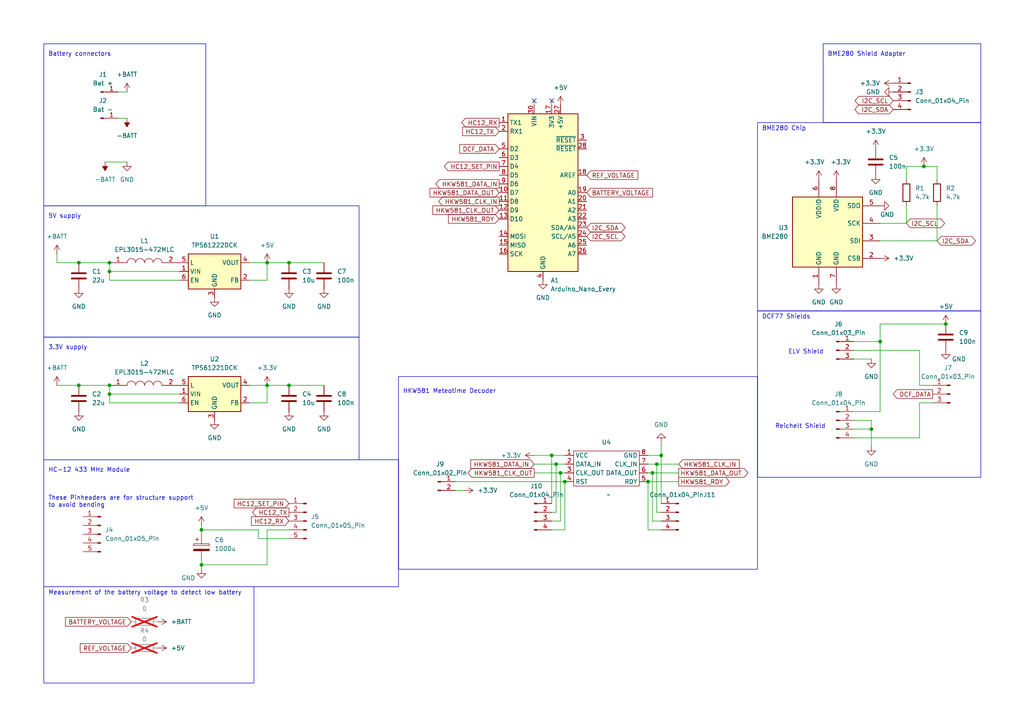
<source format=kicad_sch>
(kicad_sch (version 20230121) (generator eeschema)
  (paper "A4")
  (title_block (title "External Sensor using an Arduino Nano") (company "HAW Hamburg") (comment 1 "Fabian Schmalenbach"))
  (lib_symbols
    (symbol "Connector:Conn_01x01_Pin" (pin_names (offset 1.016) hide)
      (property "Reference" "J" (at 0 2.54 0))
      (property "Value" "Conn_01x01_Pin" (at 0 -2.54 0))
      (symbol "Conn_01x01_Pin_1_1"
        (polyline (pts (xy 1.27 0) (xy 0.8636 0)) (stroke (width 0.1524)))
        (rectangle (start 0.8636 0.127) (end 0 -0.127) (stroke (width 0.1524)) (fill (type outline)))
        (pin passive line (at 5.08 0 180) (length 3.81) (name "Pin_1") (number "1"))
      )
    )
    (symbol "Connector:Conn_01x02_Pin" (pin_names (offset 1.016) hide)
      (property "Reference" "J" (at 0 2.54 0))
      (property "Value" "Conn_01x02_Pin" (at 0 -5.08 0))
      (symbol "Conn_01x02_Pin_1_1"
        (polyline (pts (xy 1.27 -2.54) (xy 0.8636 -2.54)) (stroke (width 0.1524)))
        (polyline (pts (xy 1.27 0) (xy 0.8636 0)) (stroke (width 0.1524)))
        (rectangle (start 0.8636 -2.413) (end 0 -2.667) (stroke (width 0.1524)) (fill (type outline)))
        (rectangle (start 0.8636 0.127) (end 0 -0.127) (stroke (width 0.1524)) (fill (type outline)))
        (pin passive line (at 5.08 0 180) (length 3.81) (name "Pin_1") (number "1"))
        (pin passive line (at 5.08 -2.54 180) (length 3.81) (name "Pin_2") (number "2"))
      )
    )
    (symbol "Connector:Conn_01x03_Pin" (pin_names (offset 1.016) hide)
      (property "Reference" "J" (at 0 5.08 0))
      (property "Value" "Conn_01x03_Pin" (at 0 -5.08 0))
      (symbol "Conn_01x03_Pin_1_1"
        (polyline (pts (xy 1.27 -2.54) (xy 0.8636 -2.54)) (stroke (width 0.1524)))
        (polyline (pts (xy 1.27 0) (xy 0.8636 0)) (stroke (width 0.1524)))
        (polyline (pts (xy 1.27 2.54) (xy 0.8636 2.54)) (stroke (width 0.1524)))
        (rectangle (start 0.8636 -2.413) (end 0 -2.667) (stroke (width 0.1524)) (fill (type outline)))
        (rectangle (start 0.8636 0.127) (end 0 -0.127) (stroke (width 0.1524)) (fill (type outline)))
        (rectangle (start 0.8636 2.667) (end 0 2.413) (stroke (width 0.1524)) (fill (type outline)))
        (pin passive line (at 5.08 2.54 180) (length 3.81) (name "Pin_1") (number "1"))
        (pin passive line (at 5.08 0 180) (length 3.81) (name "Pin_2") (number "2"))
        (pin passive line (at 5.08 -2.54 180) (length 3.81) (name "Pin_3") (number "3"))
      )
    )
    (symbol "Connector:Conn_01x04_Pin" (pin_names (offset 1.016) hide)
      (property "Reference" "J" (at 0 5.08 0))
      (property "Value" "Conn_01x04_Pin" (at 0 -7.62 0))
      (symbol "Conn_01x04_Pin_1_1"
        (polyline (pts (xy 1.27 -5.08) (xy 0.8636 -5.08)) (stroke (width 0.1524)))
        (polyline (pts (xy 1.27 -2.54) (xy 0.8636 -2.54)) (stroke (width 0.1524)))
        (polyline (pts (xy 1.27 0) (xy 0.8636 0)) (stroke (width 0.1524)))
        (polyline (pts (xy 1.27 2.54) (xy 0.8636 2.54)) (stroke (width 0.1524)))
        (rectangle (start 0.8636 -4.953) (end 0 -5.207) (stroke (width 0.1524)) (fill (type outline)))
        (rectangle (start 0.8636 -2.413) (end 0 -2.667) (stroke (width 0.1524)) (fill (type outline)))
        (rectangle (start 0.8636 0.127) (end 0 -0.127) (stroke (width 0.1524)) (fill (type outline)))
        (rectangle (start 0.8636 2.667) (end 0 2.413) (stroke (width 0.1524)) (fill (type outline)))
        (pin passive line (at 5.08 2.54 180) (length 3.81) (name "Pin_1") (number "1"))
        (pin passive line (at 5.08 0 180) (length 3.81) (name "Pin_2") (number "2"))
        (pin passive line (at 5.08 -2.54 180) (length 3.81) (name "Pin_3") (number "3"))
        (pin passive line (at 5.08 -5.08 180) (length 3.81) (name "Pin_4") (number "4"))
      )
    )
    (symbol "Connector:Conn_01x05_Pin" (pin_names (offset 1.016) hide)
      (property "Reference" "J" (at 0 7.62 0))
      (property "Value" "Conn_01x05_Pin" (at 0 -7.62 0))
      (symbol "Conn_01x05_Pin_1_1"
        (polyline (pts (xy 1.27 -5.08) (xy 0.8636 -5.08)) (stroke (width 0.1524)))
        (polyline (pts (xy 1.27 -2.54) (xy 0.8636 -2.54)) (stroke (width 0.1524)))
        (polyline (pts (xy 1.27 0) (xy 0.8636 0)) (stroke (width 0.1524)))
        (polyline (pts (xy 1.27 2.54) (xy 0.8636 2.54)) (stroke (width 0.1524)))
        (polyline (pts (xy 1.27 5.08) (xy 0.8636 5.08)) (stroke (width 0.1524)))
        (rectangle (start 0.8636 -4.953) (end 0 -5.207) (stroke (width 0.1524)) (fill (type outline)))
        (rectangle (start 0.8636 -2.413) (end 0 -2.667) (stroke (width 0.1524)) (fill (type outline)))
        (rectangle (start 0.8636 0.127) (end 0 -0.127) (stroke (width 0.1524)) (fill (type outline)))
        (rectangle (start 0.8636 2.667) (end 0 2.413) (stroke (width 0.1524)) (fill (type outline)))
        (rectangle (start 0.8636 5.207) (end 0 4.953) (stroke (width 0.1524)) (fill (type outline)))
        (pin passive line (at 5.08 5.08 180) (length 3.81) (name "Pin_1") (number "1"))
        (pin passive line (at 5.08 2.54 180) (length 3.81) (name "Pin_2") (number "2"))
        (pin passive line (at 5.08 0 180) (length 3.81) (name "Pin_3") (number "3"))
        (pin passive line (at 5.08 -2.54 180) (length 3.81) (name "Pin_4") (number "4"))
        (pin passive line (at 5.08 -5.08 180) (length 3.81) (name "Pin_5") (number "5"))
      )
    )
    (symbol "Device:C" (pin_numbers hide) (pin_names (offset 0.254))
      (property "Reference" "C" (at 0.635 2.54 0))
      (property "Value" "C" (at 0.635 -2.54 0))
      (symbol "C_0_1"
        (polyline (pts (xy -2.032 -0.762) (xy 2.032 -0.762)) (stroke (width 0.508)))
        (polyline (pts (xy -2.032 0.762) (xy 2.032 0.762)) (stroke (width 0.508)))
      )
      (symbol "C_1_1"
        (pin passive line (at 0 3.81 270) (length 2.794) (name "~") (number "1"))
        (pin passive line (at 0 -3.81 90) (length 2.794) (name "~") (number "2"))
      )
    )
    (symbol "Device:C_Polarized" (pin_numbers hide) (pin_names (offset 0.254))
      (property "Reference" "C" (at 0.635 2.54 0))
      (property "Value" "C_Polarized" (at 0.635 -2.54 0))
      (symbol "C_Polarized_0_1"
        (rectangle (start -2.286 0.508) (end 2.286 1.016))
        (polyline (pts (xy -1.778 2.286) (xy -0.762 2.286)))
        (polyline (pts (xy -1.27 2.794) (xy -1.27 1.778)))
        (rectangle (start 2.286 -0.508) (end -2.286 -1.016) (fill (type outline)))
      )
      (symbol "C_Polarized_1_1"
        (pin passive line (at 0 3.81 270) (length 2.794) (name "~") (number "1"))
        (pin passive line (at 0 -3.81 90) (length 2.794) (name "~") (number "2"))
      )
    )
    (symbol "Device:R" (pin_numbers hide) (pin_names (offset 0))
      (property "Reference" "R" (at 2.032 0 90))
      (property "Value" "R" (at 0 0 90))
      (symbol "R_0_1"
        (rectangle (start -1.016 -2.54) (end 1.016 2.54) (stroke (width 0.254)))
      )
      (symbol "R_1_1"
        (pin passive line (at 0 3.81 270) (length 1.27) (name "~") (number "1"))
        (pin passive line (at 0 -3.81 90) (length 1.27) (name "~") (number "2"))
      )
    )
    (symbol "EPL3015-472MLC:EPL3015-472MLC" (pin_names (offset 0.762))
      (property "Reference" "L" (at 16.51 6.35 0))
      (property "Value" "EPL3015-472MLC" (at 16.51 3.81 0))
      (symbol "EPL3015-472MLC_0_0"
        (pin passive line (at 0 0 0) (length 5.08) (name "~") (number "1"))
        (pin passive line (at 20.32 0 180) (length 5.08) (name "~") (number "2"))
      )
      (symbol "EPL3015-472MLC_0_1"
        (arc (start 7.62 0) (mid 6.35 1.2202) (end 5.08 0) (stroke (width 0.1524)))
        (arc (start 10.16 0) (mid 8.89 1.2202) (end 7.62 0) (stroke (width 0.1524)))
        (arc (start 12.7 0) (mid 11.43 1.2202) (end 10.16 0) (stroke (width 0.1524)))
        (arc (start 15.24 0) (mid 13.97 1.2202) (end 12.7 0) (stroke (width 0.1524)))
      )
    )
    (symbol "HKW581:HKW581"
      (property "Reference" "U" (at 0 0 0))
      (symbol "HKW581_0_1"
        (rectangle (start -10.16 12.7) (end 8.89 2.54))
      )
      (symbol "HKW581_1_1"
        (pin power_in line (at -12.7 11.43 0) (length 2.54) (name "VCC") (number "1"))
        (pin input line (at -12.7 8.89 0) (length 2.54) (name "DATA_IN") (number "2"))
        (pin output line (at -12.7 6.35 0) (length 2.54) (name "CLK_OUT") (number "3"))
        (pin input line (at -12.7 3.81 0) (length 2.54) (name "RST") (number "4"))
        (pin output line (at 11.43 3.81 180) (length 2.54) (name "RDY") (number "5"))
        (pin output line (at 11.43 6.35 180) (length 2.54) (name "DATA_OUT") (number "6"))
        (pin input line (at 11.43 8.89 180) (length 2.54) (name "CLK_IN") (number "7"))
        (pin power_in line (at 11.43 11.43 180) (length 2.54) (name "GND") (number "8"))
      )
    )
    (symbol "MCU_Module:Arduino_Nano_Every"
      (property "Reference" "A" (at -10.16 23.495 0))
      (property "Value" "Arduino_Nano_Every" (at 5.08 -24.13 0))
      (symbol "Arduino_Nano_Every_0_1"
        (rectangle (start -10.16 22.86) (end 10.16 -22.86) (stroke (width 0.254)) (fill (type background)))
      )
      (symbol "Arduino_Nano_Every_1_1"
        (pin bidirectional line (at -12.7 20.32 0) (length 2.54) (name "TX1") (number "1"))
        (pin bidirectional line (at -12.7 0 0) (length 2.54) (name "D7") (number "10"))
        (pin bidirectional line (at -12.7 -2.54 0) (length 2.54) (name "D8") (number "11"))
        (pin bidirectional line (at -12.7 -5.08 0) (length 2.54) (name "D9") (number "12"))
        (pin bidirectional line (at -12.7 -7.62 0) (length 2.54) (name "D10") (number "13"))
        (pin bidirectional line (at -12.7 -12.7 0) (length 2.54) (name "MOSI") (number "14"))
        (pin bidirectional line (at -12.7 -15.24 0) (length 2.54) (name "MISO") (number "15"))
        (pin bidirectional line (at -12.7 -17.78 0) (length 2.54) (name "SCK") (number "16"))
        (pin power_out line (at 2.54 25.4 270) (length 2.54) (name "3V3") (number "17"))
        (pin input line (at 12.7 5.08 180) (length 2.54) (name "AREF") (number "18"))
        (pin bidirectional line (at 12.7 0 180) (length 2.54) (name "A0") (number "19"))
        (pin bidirectional line (at -12.7 17.78 0) (length 2.54) (name "RX1") (number "2"))
        (pin bidirectional line (at 12.7 -2.54 180) (length 2.54) (name "A1") (number "20"))
        (pin bidirectional line (at 12.7 -5.08 180) (length 2.54) (name "A2") (number "21"))
        (pin bidirectional line (at 12.7 -7.62 180) (length 2.54) (name "A3") (number "22"))
        (pin bidirectional line (at 12.7 -10.16 180) (length 2.54) (name "SDA/A4") (number "23"))
        (pin bidirectional line (at 12.7 -12.7 180) (length 2.54) (name "SCL/A5") (number "24"))
        (pin bidirectional line (at 12.7 -15.24 180) (length 2.54) (name "A6") (number "25"))
        (pin bidirectional line (at 12.7 -17.78 180) (length 2.54) (name "A7") (number "26"))
        (pin power_out line (at 5.08 25.4 270) (length 2.54) (name "+5V") (number "27"))
        (pin input line (at 12.7 12.7 180) (length 2.54) (name "~{RESET}") (number "28"))
        (pin passive line (at 0 -25.4 90) (length 2.54) hide (name "GND") (number "29"))
        (pin input line (at 12.7 15.24 180) (length 2.54) (name "~{RESET}") (number "3"))
        (pin power_in line (at -2.54 25.4 270) (length 2.54) (name "VIN") (number "30"))
        (pin power_in line (at 0 -25.4 90) (length 2.54) (name "GND") (number "4"))
        (pin bidirectional line (at -12.7 12.7 0) (length 2.54) (name "D2") (number "5"))
        (pin bidirectional line (at -12.7 10.16 0) (length 2.54) (name "D3") (number "6"))
        (pin bidirectional line (at -12.7 7.62 0) (length 2.54) (name "D4") (number "7"))
        (pin bidirectional line (at -12.7 5.08 0) (length 2.54) (name "D5") (number "8"))
        (pin bidirectional line (at -12.7 2.54 0) (length 2.54) (name "D6") (number "9"))
      )
    )
    (symbol "Regulator_Switching:TPS61221DCK"
      (property "Reference" "U" (at -7.62 6.35 0))
      (property "Value" "TPS61221DCK" (at 2.54 6.35 0))
      (symbol "TPS61221DCK_0_1"
        (rectangle (start -7.62 5.08) (end 7.62 -5.08) (stroke (width 0.254)) (fill (type background)))
      )
      (symbol "TPS61221DCK_1_1"
        (pin power_in line (at -10.16 0 0) (length 2.54) (name "VIN") (number "1"))
        (pin input line (at 10.16 -2.54 180) (length 2.54) (name "FB") (number "2"))
        (pin power_in line (at 0 -7.62 90) (length 2.54) (name "GND") (number "3"))
        (pin power_out line (at 10.16 2.54 180) (length 2.54) (name "VOUT") (number "4"))
        (pin power_in line (at -10.16 2.54 0) (length 2.54) (name "L") (number "5"))
        (pin input line (at -10.16 -2.54 0) (length 2.54) (name "EN") (number "6"))
      )
    )
    (symbol "Regulator_Switching:TPS61222DCK"
      (property "Reference" "U" (at -7.62 6.35 0))
      (property "Value" "TPS61222DCK" (at 2.54 6.35 0))
      (symbol "TPS61222DCK_0_1"
        (rectangle (start -7.62 5.08) (end 7.62 -5.08) (stroke (width 0.254)) (fill (type background)))
      )
      (symbol "TPS61222DCK_1_1"
        (pin power_in line (at -10.16 0 0) (length 2.54) (name "VIN") (number "1"))
        (pin input line (at 10.16 -2.54 180) (length 2.54) (name "FB") (number "2"))
        (pin power_in line (at 0 -7.62 90) (length 2.54) (name "GND") (number "3"))
        (pin power_out line (at 10.16 2.54 180) (length 2.54) (name "VOUT") (number "4"))
        (pin power_in line (at -10.16 2.54 0) (length 2.54) (name "L") (number "5"))
        (pin input line (at -10.16 -2.54 0) (length 2.54) (name "EN") (number "6"))
      )
    )
    (symbol "Sensor:BME280"
      (property "Reference" "U" (at -8.89 11.43 0))
      (property "Value" "BME280" (at 7.62 11.43 0))
      (symbol "BME280_0_1"
        (rectangle (start -10.16 10.16) (end 10.16 -10.16) (stroke (width 0.254)) (fill (type background)))
      )
      (symbol "BME280_1_1"
        (pin power_in line (at -2.54 -15.24 90) (length 5.08) (name "GND") (number "1"))
        (pin input line (at 15.24 -7.62 180) (length 5.08) (name "CSB") (number "2"))
        (pin bidirectional line (at 15.24 -2.54 180) (length 5.08) (name "SDI") (number "3"))
        (pin input line (at 15.24 2.54 180) (length 5.08) (name "SCK") (number "4"))
        (pin bidirectional line (at 15.24 7.62 180) (length 5.08) (name "SDO") (number "5"))
        (pin power_in line (at -2.54 15.24 270) (length 5.08) (name "VDDIO") (number "6"))
        (pin power_in line (at 2.54 -15.24 90) (length 5.08) (name "GND") (number "7"))
        (pin power_in line (at 2.54 15.24 270) (length 5.08) (name "VDD") (number "8"))
      )
    )
    (symbol "power:+3.3V" (power) (pin_names (offset 0))
      (property "Value" "+3.3V" (at 0 3.556 0))
      (symbol "+3.3V_0_1"
        (polyline (pts (xy -0.762 1.27) (xy 0 2.54)))
        (polyline (pts (xy 0 0) (xy 0 2.54)))
        (polyline (pts (xy 0 2.54) (xy 0.762 1.27)))
      )
      (symbol "+3.3V_1_1"
        (pin power_in line (at 0 0 90) (length 0) hide (name "+3.3V") (number "1"))
      )
    )
    (symbol "power:+5V" (power) (pin_names (offset 0))
      (property "Value" "+5V" (at 0 3.556 0))
      (symbol "+5V_0_1"
        (polyline (pts (xy -0.762 1.27) (xy 0 2.54)))
        (polyline (pts (xy 0 0) (xy 0 2.54)))
        (polyline (pts (xy 0 2.54) (xy 0.762 1.27)))
      )
      (symbol "+5V_1_1"
        (pin power_in line (at 0 0 90) (length 0) hide (name "+5V") (number "1"))
      )
    )
    (symbol "power:+BATT" (power) (pin_names (offset 0))
      (property "Value" "+BATT" (at 0 3.556 0))
      (symbol "+BATT_0_1"
        (polyline (pts (xy -0.762 1.27) (xy 0 2.54)))
        (polyline (pts (xy 0 0) (xy 0 2.54)))
        (polyline (pts (xy 0 2.54) (xy 0.762 1.27)))
      )
      (symbol "+BATT_1_1"
        (pin power_in line (at 0 0 90) (length 0) hide (name "+BATT") (number "1"))
      )
    )
    (symbol "power:-BATT" (power) (pin_names (offset 0))
      (property "Value" "-BATT" (at 0 3.556 0))
      (symbol "-BATT_0_1"
        (polyline (pts (xy 0 0) (xy 0 2.54)))
        (polyline (pts (xy 0.762 1.27) (xy -0.762 1.27) (xy 0 2.54) (xy 0.762 1.27)) (fill (type outline)))
      )
      (symbol "-BATT_1_1"
        (pin power_in line (at 0 0 90) (length 0) hide (name "-BATT") (number "1"))
      )
    )
    (symbol "power:GND" (power) (pin_names (offset 0))
      (property "Value" "GND" (at 0 -3.81 0))
      (symbol "GND_0_1"
        (polyline (pts (xy 0 0) (xy 0 -1.27) (xy 1.27 -1.27) (xy 0 -2.54) (xy -1.27 -1.27) (xy 0 -1.27)))
      )
      (symbol "GND_1_1"
        (pin power_in line (at 0 0 270) (length 0) hide (name "GND") (number "1"))
      )
    )
  )
  (junction (at 83.82 76.2))
  (junction (at 31.75 114.3))
  (junction (at 160.02 132.08))
  (junction (at 77.47 111.76))
  (junction (at 22.86 111.76))
  (junction (at 255.27 99.06))
  (junction (at 31.75 78.74))
  (junction (at 267.97 48.26))
  (junction (at 162.56 137.16))
  (junction (at 22.86 76.2))
  (junction (at 83.82 111.76))
  (junction (at 189.23 137.16))
  (junction (at 31.75 76.2))
  (junction (at 77.47 76.2))
  (junction (at 58.42 153.67))
  (junction (at 187.96 139.7))
  (junction (at 252.73 124.46))
  (junction (at 163.83 139.7))
  (junction (at 190.5 134.62))
  (junction (at 191.77 132.08))
  (junction (at 31.75 111.76))
  (junction (at 161.29 134.62))
  (junction (at 58.42 163.83))
  (junction (at 274.32 93.98))
  (no_connect (at 160.02 29.21))
  (no_connect (at 154.94 29.21))
  (wire (pts (xy 262.89 52.07) (xy 262.89 48.26)))
  (wire (pts (xy 132.08 139.7) (xy 163.83 139.7)))
  (wire (pts (xy 83.82 156.21) (xy 74.93 156.21)))
  (wire (pts (xy 160.02 146.05) (xy 160.02 132.08)))
  (wire (pts (xy 271.78 69.85) (xy 255.27 69.85)))
  (wire (pts (xy 34.29 34.29) (xy 36.83 34.29)))
  (wire (pts (xy 162.56 151.13) (xy 160.02 151.13)))
  (wire (pts (xy 74.93 153.67) (xy 58.42 153.67)))
  (wire (pts (xy 161.29 148.59) (xy 161.29 134.62)))
  (wire (pts (xy 77.47 76.2) (xy 77.47 81.28)))
  (wire (pts (xy 247.65 121.92) (xy 252.73 121.92)))
  (wire (pts (xy 52.07 116.84) (xy 31.75 116.84)))
  (wire (pts (xy 262.89 59.69) (xy 262.89 64.77)))
  (wire (pts (xy 247.65 124.46) (xy 252.73 124.46)))
  (wire (pts (xy 77.47 116.84) (xy 77.47 111.76)))
  (wire (pts (xy 191.77 132.08) (xy 191.77 146.05)))
  (wire (pts (xy 58.42 163.83) (xy 58.42 165.1)))
  (wire (pts (xy 31.75 114.3) (xy 31.75 111.76)))
  (wire (pts (xy 58.42 153.67) (xy 58.42 154.94)))
  (wire (pts (xy 52.07 81.28) (xy 31.75 81.28)))
  (wire (pts (xy 190.5 148.59) (xy 190.5 134.62)))
  (wire (pts (xy 187.96 139.7) (xy 196.85 139.7)))
  (wire (pts (xy 187.96 132.08) (xy 191.77 132.08)))
  (wire (pts (xy 189.23 137.16) (xy 196.85 137.16)))
  (wire (pts (xy 154.94 134.62) (xy 161.29 134.62)))
  (wire (pts (xy 72.39 116.84) (xy 77.47 116.84)))
  (wire (pts (xy 189.23 151.13) (xy 189.23 137.16)))
  (wire (pts (xy 160.02 29.21) (xy 160.02 30.48)))
  (wire (pts (xy 16.51 111.76) (xy 22.86 111.76)))
  (wire (pts (xy 74.93 156.21) (xy 74.93 153.67)))
  (wire (pts (xy 77.47 76.2) (xy 72.39 76.2)))
  (wire (pts (xy 22.86 111.76) (xy 31.75 111.76)))
  (wire (pts (xy 154.94 29.21) (xy 154.94 30.48)))
  (wire (pts (xy 16.51 73.66) (xy 16.51 76.2)))
  (wire (pts (xy 154.94 137.16) (xy 162.56 137.16)))
  (wire (pts (xy 161.29 134.62) (xy 163.83 134.62)))
  (wire (pts (xy 247.65 101.6) (xy 266.7 101.6)))
  (wire (pts (xy 34.29 26.67) (xy 36.83 26.67)))
  (wire (pts (xy 160.02 148.59) (xy 161.29 148.59)))
  (wire (pts (xy 266.7 101.6) (xy 266.7 111.76)))
  (wire (pts (xy 72.39 81.28) (xy 77.47 81.28)))
  (wire (pts (xy 77.47 111.76) (xy 72.39 111.76)))
  (wire (pts (xy 22.86 76.2) (xy 31.75 76.2)))
  (wire (pts (xy 271.78 52.07) (xy 271.78 48.26)))
  (wire (pts (xy 16.51 76.2) (xy 22.86 76.2)))
  (wire (pts (xy 31.75 116.84) (xy 31.75 114.3)))
  (wire (pts (xy 52.07 114.3) (xy 31.75 114.3)))
  (wire (pts (xy 255.27 99.06) (xy 255.27 119.38)))
  (wire (pts (xy 132.08 142.24) (xy 134.62 142.24)))
  (wire (pts (xy 191.77 151.13) (xy 189.23 151.13)))
  (wire (pts (xy 255.27 93.98) (xy 255.27 99.06)))
  (wire (pts (xy 160.02 153.67) (xy 163.83 153.67)))
  (wire (pts (xy 163.83 153.67) (xy 163.83 139.7)))
  (wire (pts (xy 191.77 128.27) (xy 191.77 132.08)))
  (wire (pts (xy 190.5 134.62) (xy 187.96 134.62)))
  (wire (pts (xy 77.47 163.83) (xy 77.47 153.67)))
  (wire (pts (xy 252.73 124.46) (xy 252.73 129.54)))
  (wire (pts (xy 271.78 59.69) (xy 271.78 69.85)))
  (wire (pts (xy 58.42 163.83) (xy 77.47 163.83)))
  (wire (pts (xy 160.02 132.08) (xy 163.83 132.08)))
  (wire (pts (xy 191.77 148.59) (xy 190.5 148.59)))
  (wire (pts (xy 262.89 64.77) (xy 255.27 64.77)))
  (wire (pts (xy 77.47 153.67) (xy 83.82 153.67)))
  (wire (pts (xy 252.73 121.92) (xy 252.73 124.46)))
  (wire (pts (xy 58.42 162.56) (xy 58.42 163.83)))
  (wire (pts (xy 154.94 132.08) (xy 160.02 132.08)))
  (wire (pts (xy 266.7 111.76) (xy 270.51 111.76)))
  (wire (pts (xy 83.82 76.2) (xy 93.98 76.2)))
  (wire (pts (xy 247.65 104.14) (xy 252.73 104.14)))
  (wire (pts (xy 31.75 81.28) (xy 31.75 78.74)))
  (wire (pts (xy 247.65 119.38) (xy 255.27 119.38)))
  (wire (pts (xy 31.75 76.2) (xy 31.75 78.74)))
  (wire (pts (xy 267.97 48.26) (xy 271.78 48.26)))
  (wire (pts (xy 262.89 48.26) (xy 267.97 48.26)))
  (wire (pts (xy 30.48 46.99) (xy 36.83 46.99)))
  (wire (pts (xy 190.5 134.62) (xy 196.85 134.62)))
  (wire (pts (xy 58.42 153.67) (xy 58.42 152.4)))
  (wire (pts (xy 187.96 139.7) (xy 187.96 153.67)))
  (wire (pts (xy 163.83 137.16) (xy 162.56 137.16)))
  (wire (pts (xy 255.27 99.06) (xy 247.65 99.06)))
  (wire (pts (xy 189.23 137.16) (xy 187.96 137.16)))
  (wire (pts (xy 255.27 93.98) (xy 274.32 93.98)))
  (wire (pts (xy 247.65 127) (xy 266.7 127)))
  (wire (pts (xy 83.82 111.76) (xy 93.98 111.76)))
  (wire (pts (xy 31.75 78.74) (xy 52.07 78.74)))
  (wire (pts (xy 77.47 111.76) (xy 83.82 111.76)))
  (wire (pts (xy 162.56 137.16) (xy 162.56 151.13)))
  (wire (pts (xy 266.7 127) (xy 266.7 116.84)))
  (wire (pts (xy 77.47 76.2) (xy 83.82 76.2)))
  (wire (pts (xy 187.96 153.67) (xy 191.77 153.67)))
  (wire (pts (xy 266.7 116.84) (xy 270.51 116.84)))
  (rectangle (start 12.7 170.18) (end 73.66 198.12))
  (rectangle (start 12.7 12.7) (end 59.69 59.69))
  (rectangle (start 12.7 97.79) (end 104.14 133.35))
  (rectangle (start 12.7 133.35) (end 115.57 170.18))
  (rectangle (start 219.71 35.56) (end 284.48 90.17))
  (rectangle (start 238.76 12.7) (end 284.48 35.56))
  (rectangle (start 219.71 90.17) (end 284.48 138.43))
  (rectangle (start 12.7 59.69) (end 104.14 97.79))
  (rectangle (start 115.57 109.22) (end 219.71 165.1))
  (text "HKW581 Meteotime Decoder\n" (at 116.84 114.3 0) (effects (font (size 1.27 1.27)) (justify left bottom)))
  (text "ELV Shield" (at 228.6 102.87 0) (effects (font (size 1.27 1.27)) (justify left bottom)))
  (text "BME280 Shield Adapter\n" (at 240.03 16.51 0) (effects (font (size 1.27 1.27)) (justify left bottom)))
  (text "BME280 Chip" (at 220.98 38.1 0) (effects (font (size 1.27 1.27)) (justify left bottom)))
  (text "5V supply" (at 13.97 63.5 0) (effects (font (size 1.27 1.27)) (justify left bottom)))
  (text "Measurement of the battery voltage to detect low battery" (at 13.97 172.72 0) (effects (font (size 1.27 1.27)) (justify left bottom)))
  (text "3.3V supply" (at 13.97 101.6 0) (effects (font (size 1.27 1.27)) (justify left bottom)))
  (text "Battery connectors\n" (at 13.97 16.51 0) (effects (font (size 1.27 1.27)) (justify left bottom)))
  (text "These Pinheaders are for structure support\nto avoid bending\n" (at 13.97 147.32 0) (effects (font (size 1.27 1.27)) (justify left bottom)))
  (text "Reichelt Shield" (at 224.79 124.46 0) (effects (font (size 1.27 1.27)) (justify left bottom)))
  (text "DCF77 Shields" (at 220.98 92.71 0) (effects (font (size 1.27 1.27)) (justify left bottom)))
  (text "HC-12 433 MHz Module" (at 13.97 137.16 0) (effects (font (size 1.27 1.27)) (justify left bottom)))
  (global_label "I2C_SCL" (shape bidirectional) (at 259.08 29.21 180) (property "Intersheetrefs" "${INTERSHEET_REFS}" (effects hide)))
  (global_label "HC12_SET_PIN" (shape input) (at 83.82 146.05 180) (property "Intersheetrefs" "${INTERSHEET_REFS}" (effects hide)))
  (global_label "DCF_DATA" (shape input) (at 144.78 43.18 180) (property "Intersheetrefs" "${INTERSHEET_REFS}" (effects hide)))
  (global_label "HKW581_RDY" (shape output) (at 196.85 139.7 0) (property "Intersheetrefs" "${INTERSHEET_REFS}" (effects hide)))
  (global_label "REF_VOLTAGE" (shape input) (at 38.1 187.96 180) (property "Intersheetrefs" "${INTERSHEET_REFS}" (effects hide)))
  (global_label "I2C_SDA" (shape bidirectional) (at 170.18 66.04 0) (property "Intersheetrefs" "${INTERSHEET_REFS}" (effects hide)))
  (global_label "HC12_SET_PIN" (shape output) (at 144.78 48.26 180) (property "Intersheetrefs" "${INTERSHEET_REFS}" (effects hide)))
  (global_label "HC12_TX" (shape input) (at 144.78 38.1 180) (property "Intersheetrefs" "${INTERSHEET_REFS}" (effects hide)))
  (global_label "HKW581_DATA_OUT" (shape input) (at 144.78 55.88 180) (property "Intersheetrefs" "${INTERSHEET_REFS}" (effects hide)))
  (global_label "REF_VOLTAGE" (shape input) (at 170.18 50.8 0) (property "Intersheetrefs" "${INTERSHEET_REFS}" (effects hide)))
  (global_label "HC12_RX" (shape input) (at 83.82 151.13 180) (property "Intersheetrefs" "${INTERSHEET_REFS}" (effects hide)))
  (global_label "I2C_SDA" (shape bidirectional) (at 259.08 31.75 180) (property "Intersheetrefs" "${INTERSHEET_REFS}" (effects hide)))
  (global_label "BATTERY_VOLTAGE" (shape input) (at 170.18 55.88 0) (property "Intersheetrefs" "${INTERSHEET_REFS}" (effects hide)))
  (global_label "HKW581_CLK_OUT" (shape output) (at 154.94 137.16 180) (property "Intersheetrefs" "${INTERSHEET_REFS}" (effects hide)))
  (global_label "HC12_TX" (shape output) (at 83.82 148.59 180) (property "Intersheetrefs" "${INTERSHEET_REFS}" (effects hide)))
  (global_label "HKW581_RDY" (shape input) (at 144.78 63.5 180) (property "Intersheetrefs" "${INTERSHEET_REFS}" (effects hide)))
  (global_label "BATTERY_VOLTAGE" (shape input) (at 38.1 180.34 180) (property "Intersheetrefs" "${INTERSHEET_REFS}" (effects hide)))
  (global_label "HKW581_DATA_IN" (shape output) (at 144.78 53.34 180) (property "Intersheetrefs" "${INTERSHEET_REFS}" (effects hide)))
  (global_label "I2C_SDA" (shape bidirectional) (at 271.78 69.85 0) (property "Intersheetrefs" "${INTERSHEET_REFS}" (effects hide)))
  (global_label "HKW581_CLK_OUT" (shape input) (at 144.78 60.96 180) (property "Intersheetrefs" "${INTERSHEET_REFS}" (effects hide)))
  (global_label "I2C_SCL" (shape bidirectional) (at 170.18 68.58 0) (property "Intersheetrefs" "${INTERSHEET_REFS}" (effects hide)))
  (global_label "HKW581_DATA_OUT" (shape output) (at 196.85 137.16 0) (property "Intersheetrefs" "${INTERSHEET_REFS}" (effects hide)))
  (global_label "HKW581_CLK_IN" (shape output) (at 144.78 58.42 180) (property "Intersheetrefs" "${INTERSHEET_REFS}" (effects hide)))
  (global_label "HC12_RX" (shape output) (at 144.78 35.56 180) (property "Intersheetrefs" "${INTERSHEET_REFS}" (effects hide)))
  (global_label "DCF_DATA" (shape output) (at 270.51 114.3 180) (property "Intersheetrefs" "${INTERSHEET_REFS}" (effects hide)))
  (global_label "HKW581_CLK_IN" (shape input) (at 196.85 134.62 0) (property "Intersheetrefs" "${INTERSHEET_REFS}" (effects hide)))
  (global_label "HKW581_DATA_IN" (shape input) (at 154.94 134.62 180) (property "Intersheetrefs" "${INTERSHEET_REFS}" (effects hide)))
  (global_label "I2C_SCL" (shape bidirectional) (at 262.89 64.77 0) (property "Intersheetrefs" "${INTERSHEET_REFS}" (effects hide)))
  (symbol (lib_id "power:GND") (at 255.27 59.69 90) (unit 1)
    (property "Reference" "#PWR024" (effects hide))
    (property "Value" "GND" (at 255.27 62.23 90) (effects (justify right)))
  )
  (symbol (lib_id "EPL3015-472MLC:EPL3015-472MLC") (at 31.75 111.76 0) (unit 1)
    (property "Reference" "L2" (at 41.91 105.41 0))
    (property "Value" "EPL3015-472MLC" (at 41.91 107.95 0))
    (property "Footprint" "EPL3015:EPL3015472MLC" (effects hide))
    (property "Datasheet" "https://www.coilcraft.com/en-us/products/power/shielded-inductors/molded-inductor/epl/epl3015/epl3015-472/" (effects hide))
    (property "Description" "Power Inductors - SMD 4.7uH Shld 20% 1.4A 167mOhms AECQ2" (effects hide))
    (property "Height" "1.55" (effects hide))
    (property "Mouser Part Number" "994-EPL3015-472MLC" (effects hide))
    (property "Mouser Price/Stock" "https://www.mouser.co.uk/ProductDetail/Coilcraft/EPL3015-472MLC?qs=zCSbvcPd3pbkmCtVqRBWqg%3D%3D" (effects hide))
    (property "Manufacturer_Name" "COILCRAFT" (effects hide))
    (property "Manufacturer_Part_Number" "EPL3015-472MLC" (effects hide))
  )
  (symbol (lib_id "power:GND") (at 274.32 101.6 0) (unit 1)
    (property "Reference" "#PWR033" (effects hide))
    (property "Value" "GND" (at 278.13 104.14 0))
  )
  (symbol (lib_id "power:-BATT") (at 30.48 46.99 180) (unit 1)
    (property "Reference" "#PWR03" (effects hide))
    (property "Value" "-BATT" (at 30.48 52.07 0))
  )
  (symbol (lib_id "power:+BATT") (at 45.72 180.34 270) (unit 1)
    (property "Reference" "#PWR040" (effects hide))
    (property "Value" "+BATT" (at 49.53 180.34 90) (effects (justify left)))
  )
  (symbol (lib_id "power:+5V") (at 77.47 76.2 0) (unit 1)
    (property "Reference" "#PWR013" (effects hide))
    (property "Value" "+5V" (at 77.47 71.12 0))
  )
  (symbol (lib_id "power:+BATT") (at 36.83 26.67 0) (unit 1)
    (property "Reference" "#PWR01" (effects hide))
    (property "Value" "+BATT" (at 36.83 21.59 0))
  )
  (symbol (lib_id "power:+3.3V") (at 259.08 24.13 90) (unit 1)
    (property "Reference" "#PWR036" (effects hide))
    (property "Value" "+3.3V" (at 255.27 24.13 90) (effects (justify left)))
  )
  (symbol (lib_id "power:-BATT") (at 36.83 34.29 180) (unit 1)
    (property "Reference" "#PWR02" (effects hide))
    (property "Value" "-BATT" (at 36.83 39.37 0))
  )
  (symbol (lib_id "power:GND") (at 237.49 82.55 0) (unit 1)
    (property "Reference" "#PWR018" (effects hide))
    (property "Value" "GND" (at 237.49 87.63 0))
  )
  (symbol (lib_id "power:GND") (at 62.23 121.92 0) (unit 1)
    (property "Reference" "#PWR06" (effects hide))
    (property "Value" "GND" (at 62.23 127 0))
  )
  (symbol (lib_id "Regulator_Switching:TPS61221DCK") (at 62.23 114.3 0) (unit 1)
    (property "Reference" "U2" (at 62.23 104.14 0))
    (property "Value" "TPS61221DCK" (at 62.23 106.68 0))
    (property "Footprint" "Package_TO_SOT_SMD:Texas_R-PDSO-G6" (effects hide))
    (property "Datasheet" "http://www.ti.com/lit/ds/symlink/tps61220.pdf" (effects hide))
  )
  (symbol (lib_id "power:GND") (at 83.82 119.38 0) (unit 1)
    (property "Reference" "#PWR011" (effects hide))
    (property "Value" "GND" (at 83.82 124.46 0))
  )
  (symbol (lib_id "power:+3.3V") (at 77.47 111.76 0) (unit 1)
    (property "Reference" "#PWR014" (effects hide))
    (property "Value" "+3.3V" (at 77.47 106.68 0))
  )
  (symbol (lib_id "power:GND") (at 157.48 81.28 0) (unit 1)
    (property "Reference" "#PWR015" (effects hide))
    (property "Value" "GND" (at 157.48 86.36 0))
  )
  (symbol (lib_id "power:+3.3V") (at 267.97 48.26 0) (unit 1)
    (property "Reference" "#PWR026" (effects hide))
    (property "Value" "+3.3V" (at 267.97 43.18 0))
  )
  (symbol (lib_id "Device:C") (at 274.32 97.79 0) (unit 1)
    (property "Reference" "C9" (at 278.13 96.52 0) (effects (justify left)))
    (property "Value" "100n" (at 278.13 99.06 0) (effects (justify left)))
    (property "Footprint" "Capacitor_SMD:C_0805_2012Metric" (effects hide))
  )
  (symbol (lib_id "Device:C") (at 254 46.99 0) (unit 1)
    (property "Reference" "C5" (at 257.81 45.72 0) (effects (justify left)))
    (property "Value" "100n" (at 257.81 48.26 0) (effects (justify left)))
    (property "Footprint" "Capacitor_SMD:C_0805_2012Metric" (effects hide))
  )
  (symbol (lib_id "power:GND") (at 191.77 128.27 180) (unit 1)
    (property "Reference" "#PWR035" (effects hide))
    (property "Value" "GND" (at 191.77 123.19 0))
  )
  (symbol (lib_id "power:+BATT") (at 16.51 111.76 0) (unit 1)
    (property "Reference" "#PWR012" (effects hide))
    (property "Value" "+BATT" (at 16.51 106.68 0))
  )
  (symbol (lib_id "Device:C") (at 22.86 80.01 0) (unit 1)
    (property "Reference" "C1" (at 26.67 78.74 0) (effects (justify left)))
    (property "Value" "22u" (at 26.67 81.28 0) (effects (justify left)))
    (property "Footprint" "Capacitor_SMD:C_0805_2012Metric" (effects hide))
  )
  (symbol (lib_id "HKW581:HKW581") (at 176.53 143.51 0) (unit 1)
    (property "Reference" "U4" (at 175.895 128.27 0))
    (property "Value" "~" (at 176.53 143.51 0))
    (property "Footprint" "Package_SO:MSOP-8_3x3mm_P0.65mm" (effects hide))
  )
  (symbol (lib_id "power:GND") (at 252.73 129.54 0) (unit 1)
    (property "Reference" "#PWR034" (effects hide))
    (property "Value" "GND" (at 252.73 134.62 0))
  )
  (symbol (lib_id "power:+3.3V") (at 237.49 52.07 0) (unit 1)
    (property "Reference" "#PWR021" (effects hide))
    (property "Value" "+3.3V" (at 236.22 46.99 0))
  )
  (symbol (lib_id "power:GND") (at 62.23 86.36 0) (unit 1)
    (property "Reference" "#PWR05" (effects hide))
    (property "Value" "GND" (at 62.23 91.44 0))
  )
  (symbol (lib_id "Connector:Conn_01x05_Pin") (at 88.9 151.13 0) (mirror y) (unit 1)
    (property "Reference" "J5" (at 90.17 149.86 0) (effects (justify right)))
    (property "Value" "Conn_01x05_Pin" (at 90.17 152.4 0) (effects (justify right)))
    (property "Footprint" "Connector_PinHeader_2.54mm:PinHeader_1x05_P2.54mm_Vertical" (effects hide))
  )
  (symbol (lib_id "power:GND") (at 93.98 119.38 0) (unit 1)
    (property "Reference" "#PWR030" (effects hide))
    (property "Value" "GND" (at 93.98 124.46 0))
  )
  (symbol (lib_id "power:+3.3V") (at 255.27 74.93 270) (unit 1)
    (property "Reference" "#PWR025" (effects hide))
    (property "Value" "+3.3V" (at 259.08 74.93 90) (effects (justify left)))
  )
  (symbol (lib_id "power:+5V") (at 45.72 187.96 270) (unit 1)
    (property "Reference" "#PWR039" (effects hide))
    (property "Value" "+5V" (at 49.53 187.96 90) (effects (justify left)))
  )
  (symbol (lib_id "Connector:Conn_01x04_Pin") (at 196.85 148.59 0) (mirror y) (unit 1)
    (property "Reference" "J11" (at 205.74 143.51 0))
    (property "Value" "Conn_01x04_Pin" (at 196.215 143.51 0))
    (property "Footprint" "Connector_PinHeader_2.54mm:PinHeader_1x04_P2.54mm_Vertical" (effects hide))
  )
  (symbol (lib_id "MCU_Module:Arduino_Nano_Every") (at 157.48 55.88 0) (unit 1)
    (property "Reference" "A1" (at 159.6741 81.28 0) (effects (justify left)))
    (property "Value" "Arduino_Nano_Every" (at 159.6741 83.82 0) (effects (justify left)))
    (property "Footprint" "Module:Arduino_Nano" (effects hide))
    (property "Datasheet" "https://content.arduino.cc/assets/NANOEveryV3.0_sch.pdf" (effects hide))
  )
  (symbol (lib_id "Connector:Conn_01x04_Pin") (at 264.16 26.67 0) (mirror y) (unit 1)
    (property "Reference" "J3" (at 265.43 26.67 0) (effects (justify right)))
    (property "Value" "Conn_01x04_Pin" (at 265.43 29.21 0) (effects (justify right)))
    (property "Footprint" "Connector_PinHeader_2.54mm:PinHeader_1x04_P2.54mm_Vertical" (effects hide))
  )
  (symbol (lib_id "Connector:Conn_01x01_Pin") (at 29.21 34.29 0) (unit 1)
    (property "Reference" "J2" (at 29.845 29.21 0))
    (property "Value" "Bat -" (at 29.845 31.75 0))
    (property "Footprint" "TestPoint:TestPoint_Pad_4.0x4.0mm" (effects hide))
  )
  (symbol (lib_id "power:+3.3V") (at 154.94 132.08 90) (unit 1)
    (property "Reference" "#PWR037" (effects hide))
    (property "Value" "+3.3V" (at 151.13 132.08 90) (effects (justify left)))
  )
  (symbol (lib_id "Device:C") (at 83.82 80.01 0) (unit 1)
    (property "Reference" "C3" (at 87.63 78.74 0) (effects (justify left)))
    (property "Value" "10u" (at 87.63 81.28 0) (effects (justify left)))
    (property "Footprint" "Capacitor_SMD:C_0805_2012Metric" (effects hide))
  )
  (symbol (lib_id "Sensor:BME280") (at 240.03 67.31 0) (unit 1)
    (property "Reference" "U3" (at 228.6 66.04 0) (effects (justify right)))
    (property "Value" "BME280" (at 228.6 68.58 0) (effects (justify right)))
    (property "Footprint" "Package_LGA:Bosch_LGA-8_2.5x2.5mm_P0.65mm_ClockwisePinNumbering" (effects hide))
    (property "Datasheet" "https://www.bosch-sensortec.com/media/boschsensortec/downloads/datasheets/bst-bme280-ds002.pdf" (effects hide))
  )
  (symbol (lib_id "Device:C") (at 83.82 115.57 0) (unit 1)
    (property "Reference" "C4" (at 87.63 114.3 0) (effects (justify left)))
    (property "Value" "10u" (at 87.63 116.84 0) (effects (justify left)))
    (property "Footprint" "Capacitor_SMD:C_0805_2012Metric" (effects hide))
  )
  (symbol (lib_id "power:+BATT") (at 16.51 73.66 0) (unit 1)
    (property "Reference" "#PWR07" (effects hide))
    (property "Value" "+BATT" (at 16.51 68.58 0))
  )
  (symbol (lib_id "power:GND") (at 93.98 83.82 0) (unit 1)
    (property "Reference" "#PWR029" (effects hide))
    (property "Value" "GND" (at 93.98 88.9 0))
  )
  (symbol (lib_id "Device:R") (at 271.78 55.88 0) (unit 1)
    (property "Reference" "R2" (at 274.32 54.61 0) (effects (justify left)))
    (property "Value" "4.7k" (at 274.32 57.15 0) (effects (justify left)))
    (property "Footprint" "Resistor_SMD:R_0805_2012Metric" (effects hide))
  )
  (symbol (lib_id "Regulator_Switching:TPS61222DCK") (at 62.23 78.74 0) (unit 1)
    (property "Reference" "U1" (at 62.23 68.58 0))
    (property "Value" "TPS61222DCK" (at 62.23 71.12 0))
    (property "Footprint" "Package_TO_SOT_SMD:Texas_R-PDSO-G6" (effects hide))
    (property "Datasheet" "http://www.ti.com/lit/ds/symlink/tps61220.pdf" (effects hide))
  )
  (symbol (lib_id "power:+3.3V") (at 134.62 142.24 270) (unit 1)
    (property "Reference" "#PWR038" (effects hide))
    (property "Value" "+3.3V" (at 138.43 142.24 90) (effects (justify left)))
  )
  (symbol (lib_id "power:GND") (at 36.83 46.99 0) (unit 1)
    (property "Reference" "#PWR04" (effects hide))
    (property "Value" "GND" (at 36.83 52.07 0))
  )
  (symbol (lib_id "power:+5V") (at 274.32 93.98 0) (unit 1)
    (property "Reference" "#PWR032" (effects hide))
    (property "Value" "+5V" (at 274.32 88.9 0))
  )
  (symbol (lib_id "Connector:Conn_01x01_Pin") (at 29.21 26.67 0) (unit 1)
    (property "Reference" "J1" (at 29.845 21.59 0))
    (property "Value" "Bat +" (at 29.845 24.13 0))
    (property "Footprint" "TestPoint:TestPoint_Pad_4.0x4.0mm" (effects hide))
  )
  (symbol (lib_id "Connector:Conn_01x04_Pin") (at 242.57 121.92 0) (unit 1)
    (property "Reference" "J8" (at 243.205 114.3 0))
    (property "Value" "Conn_01x04_Pin" (at 243.205 116.84 0))
    (property "Footprint" "Connector_PinSocket_2.54mm:PinSocket_1x04_P2.54mm_Vertical" (effects hide))
  )
  (symbol (lib_id "power:+5V") (at 162.56 30.48 0) (unit 1)
    (property "Reference" "#PWR016" (effects hide))
    (property "Value" "+5V" (at 162.56 25.4 0))
  )
  (symbol (lib_id "power:GND") (at 254 50.8 0) (unit 1)
    (property "Reference" "#PWR020" (effects hide))
    (property "Value" "GND" (at 254 55.88 0))
  )
  (symbol (lib_id "power:+3.3V") (at 242.57 52.07 0) (unit 1)
    (property "Reference" "#PWR022" (effects hide))
    (property "Value" "+3.3V" (at 243.84 46.99 0))
  )
  (symbol (lib_id "power:GND") (at 22.86 83.82 0) (unit 1)
    (property "Reference" "#PWR08" (effects hide))
    (property "Value" "GND" (at 22.86 88.9 0))
  )
  (symbol (lib_id "Device:C") (at 93.98 80.01 0) (unit 1)
    (property "Reference" "C7" (at 97.79 78.74 0) (effects (justify left)))
    (property "Value" "100n" (at 97.79 81.28 0) (effects (justify left)))
    (property "Footprint" "Capacitor_SMD:C_0805_2012Metric" (effects hide))
  )
  (symbol (lib_id "Connector:Conn_01x05_Pin") (at 29.21 154.94 0) (mirror y) (unit 1)
    (property "Reference" "J4" (at 30.48 153.67 0) (effects (justify right)))
    (property "Value" "Conn_01x05_Pin" (at 30.48 156.21 0) (effects (justify right)))
    (property "Footprint" "Connector_PinHeader_2.54mm:PinHeader_1x05_P2.54mm_Vertical" (effects hide))
  )
  (symbol (lib_id "Connector:Conn_01x03_Pin") (at 275.59 114.3 0) (mirror y) (unit 1)
    (property "Reference" "J7" (at 274.955 106.68 0))
    (property "Value" "Conn_01x03_Pin" (at 274.955 109.22 0))
    (property "Footprint" "Connector_PinHeader_2.54mm:PinHeader_1x03_P2.54mm_Vertical" (effects hide))
  )
  (symbol (lib_id "Connector:Conn_01x02_Pin") (at 127 139.7 0) (unit 1)
    (property "Reference" "J9" (at 127.635 134.62 0))
    (property "Value" "Conn_01x02_Pin" (at 127.635 137.16 0))
    (property "Footprint" "Connector_PinHeader_2.54mm:PinHeader_1x02_P2.54mm_Vertical" (effects hide))
  )
  (symbol (lib_id "power:+5V") (at 58.42 152.4 0) (unit 1)
    (property "Reference" "#PWR027" (effects hide))
    (property "Value" "+5V" (at 58.42 147.32 0))
  )
  (symbol (lib_id "power:GND") (at 259.08 26.67 270) (unit 1)
    (property "Reference" "#PWR017" (effects hide))
    (property "Value" "GND" (at 255.27 26.67 90) (effects (justify right)))
  )
  (symbol (lib_id "Device:C_Polarized") (at 58.42 158.75 0) (unit 1)
    (property "Reference" "C6" (at 62.23 156.591 0) (effects (justify left)))
    (property "Value" "1000u" (at 62.23 159.131 0) (effects (justify left)))
    (property "Footprint" "Capacitor_THT:C_Radial_D10.0mm_H16.0mm_P5.00mm" (effects hide))
  )
  (symbol (lib_id "power:GND") (at 252.73 104.14 0) (unit 1)
    (property "Reference" "#PWR031" (effects hide))
    (property "Value" "GND" (at 252.73 109.22 0))
  )
  (symbol (lib_id "power:+3.3V") (at 254 43.18 0) (unit 1)
    (property "Reference" "#PWR023" (effects hide))
    (property "Value" "+3.3V" (at 254 38.1 0))
  )
  (symbol (lib_id "power:GND") (at 83.82 83.82 0) (unit 1)
    (property "Reference" "#PWR010" (effects hide))
    (property "Value" "GND" (at 83.82 88.9 0))
  )
  (symbol (lib_id "Device:R") (at 41.91 180.34 90) (unit 1) (dnp yes)
    (property "Reference" "R3" (at 41.91 173.99 90))
    (property "Value" "0" (at 41.91 176.53 90))
    (property "Footprint" "Resistor_SMD:R_1210_3225Metric" (effects hide))
  )
  (symbol (lib_id "Device:C") (at 22.86 115.57 0) (unit 1)
    (property "Reference" "C2" (at 26.67 114.3 0) (effects (justify left)))
    (property "Value" "22u" (at 26.67 116.84 0) (effects (justify left)))
    (property "Footprint" "Capacitor_SMD:C_0805_2012Metric" (effects hide))
  )
  (symbol (lib_id "Device:C") (at 93.98 115.57 0) (unit 1)
    (property "Reference" "C8" (at 97.79 114.3 0) (effects (justify left)))
    (property "Value" "100n" (at 97.79 116.84 0) (effects (justify left)))
    (property "Footprint" "Capacitor_SMD:C_0805_2012Metric" (effects hide))
  )
  (symbol (lib_id "Connector:Conn_01x04_Pin") (at 154.94 148.59 0) (unit 1)
    (property "Reference" "J10" (at 155.575 140.97 0))
    (property "Value" "Conn_01x04_Pin" (at 155.575 143.51 0))
    (property "Footprint" "Connector_PinHeader_2.54mm:PinHeader_1x04_P2.54mm_Vertical" (effects hide))
  )
  (symbol (lib_id "Device:R") (at 262.89 55.88 0) (unit 1)
    (property "Reference" "R1" (at 265.43 54.61 0) (effects (justify left)))
    (property "Value" "4.7k" (at 265.43 57.15 0) (effects (justify left)))
    (property "Footprint" "Resistor_SMD:R_0805_2012Metric" (effects hide))
  )
  (symbol (lib_id "power:GND") (at 242.57 82.55 0) (unit 1)
    (property "Reference" "#PWR019" (effects hide))
    (property "Value" "GND" (at 242.57 87.63 0))
  )
  (symbol (lib_id "Connector:Conn_01x03_Pin") (at 242.57 101.6 0) (unit 1)
    (property "Reference" "J6" (at 243.205 93.98 0))
    (property "Value" "Conn_01x03_Pin" (at 243.205 96.52 0))
    (property "Footprint" "Connector_PinSocket_2.54mm:PinSocket_1x03_P2.54mm_Vertical" (effects hide))
  )
  (symbol (lib_id "power:GND") (at 58.42 165.1 0) (unit 1)
    (property "Reference" "#PWR028" (effects hide))
    (property "Value" "GND" (at 54.61 167.64 0))
  )
  (symbol (lib_id "EPL3015-472MLC:EPL3015-472MLC") (at 31.75 76.2 0) (unit 1)
    (property "Reference" "L1" (at 41.91 69.85 0))
    (property "Value" "EPL3015-472MLC" (at 41.91 72.39 0))
    (property "Footprint" "EPL3015:EPL3015472MLC" (effects hide))
    (property "Datasheet" "https://www.coilcraft.com/en-us/products/power/shielded-inductors/molded-inductor/epl/epl3015/epl3015-472/" (effects hide))
    (property "Description" "Power Inductors - SMD 4.7uH Shld 20% 1.4A 167mOhms AECQ2" (effects hide))
    (property "Height" "1.55" (effects hide))
    (property "Mouser Part Number" "994-EPL3015-472MLC" (effects hide))
    (property "Mouser Price/Stock" "https://www.mouser.co.uk/ProductDetail/Coilcraft/EPL3015-472MLC?qs=zCSbvcPd3pbkmCtVqRBWqg%3D%3D" (effects hide))
    (property "Manufacturer_Name" "COILCRAFT" (effects hide))
    (property "Manufacturer_Part_Number" "EPL3015-472MLC" (effects hide))
  )
  (symbol (lib_id "power:GND") (at 22.86 119.38 0) (unit 1)
    (property "Reference" "#PWR09" (effects hide))
    (property "Value" "GND" (at 22.86 124.46 0))
  )
  (symbol (lib_id "Device:R") (at 41.91 187.96 90) (unit 1) (dnp yes)
    (property "Reference" "R4" (at 41.91 182.88 90))
    (property "Value" "0" (at 41.91 185.42 90))
    (property "Footprint" "Resistor_SMD:R_1210_3225Metric" (effects hide))
  )
)
</source>
